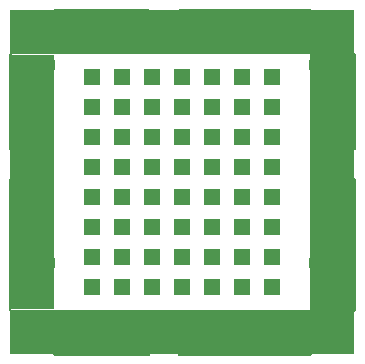
<source format=gbs>
%FSLAX25Y25*%
%MOIN*%
G70*
G01*
G75*
G04 Layer_Color=16711935*
%ADD10C,0.01500*%
%ADD11C,0.00500*%
%ADD12R,0.15000X0.02500*%
%ADD13R,0.12500X0.02500*%
%ADD14R,0.05000X0.05000*%
%ADD15R,1.15000X0.15000*%
%ADD16R,1.00000X0.15000*%
%ADD17R,0.15000X1.00000*%
%ADD18R,0.15800X0.03300*%
%ADD19R,0.13300X0.03300*%
%ADD20R,0.05800X0.05800*%
%ADD21R,0.15000X0.85000*%
%ADD22R,1.00000X0.15000*%
%ADD23R,0.15000X1.00000*%
%ADD24R,1.15000X0.15000*%
D11*
X100000Y151300D02*
G03*
X100000Y160700I0J4700D01*
G01*
X200000D02*
G03*
X200000Y151300I0J-4700D01*
G01*
X203323Y103323D02*
G03*
X196677Y96676I-3323J-3323D01*
G01*
X148700Y100000D02*
G03*
X139300Y100000I-4700J0D01*
G01*
X196677Y203323D02*
G03*
X203323Y196677I3323J-3323D01*
G01*
X96676D02*
G03*
X103323Y203323I3323J3323D01*
G01*
Y96676D02*
G03*
X96676Y103323I-3323J3323D01*
G01*
X139300Y200000D02*
G03*
X148700Y200000I4700J0D01*
G01*
X92500Y107500D02*
Y151000D01*
Y161000D02*
Y192500D01*
Y151000D02*
X100068Y151303D01*
X92500Y161000D02*
X100000Y160700D01*
X207500Y107500D02*
Y151000D01*
Y161000D02*
Y192500D01*
X199932Y151303D02*
X207500Y151000D01*
X200000Y160700D02*
X207500Y161000D01*
X192500Y92500D02*
X196677Y96676D01*
X149000Y92500D02*
X192500D01*
X107500D02*
X139000D01*
X148697Y100068D02*
X149000Y92500D01*
X139000D02*
X139300Y100000D01*
X203323Y103323D02*
X207500Y107500D01*
X192500Y207500D02*
X196677Y203323D01*
X203323Y196677D02*
X207500Y192500D01*
X103323Y203323D02*
X107500Y207500D01*
X92500Y192500D02*
X96676Y196677D01*
X103323Y96676D02*
X107500Y92500D01*
X92500Y107500D02*
X96676Y103323D01*
X139000Y207500D02*
X139300Y200000D01*
X148697Y199932D02*
X149000Y207500D01*
X107500D02*
X139000D01*
X149000D02*
X192500D01*
D18*
X200000Y189000D02*
D03*
Y123000D02*
D03*
X100000Y189000D02*
D03*
Y123000D02*
D03*
D19*
X200000Y141000D02*
D03*
Y111000D02*
D03*
Y117000D02*
D03*
Y129000D02*
D03*
Y135000D02*
D03*
Y165000D02*
D03*
Y171000D02*
D03*
Y177000D02*
D03*
Y183000D02*
D03*
Y147000D02*
D03*
X100000Y141000D02*
D03*
Y111000D02*
D03*
Y117000D02*
D03*
Y129000D02*
D03*
Y135000D02*
D03*
Y165000D02*
D03*
Y171000D02*
D03*
Y177000D02*
D03*
Y183000D02*
D03*
Y147000D02*
D03*
D20*
X140000Y185000D02*
D03*
Y175000D02*
D03*
Y165000D02*
D03*
Y155000D02*
D03*
Y145000D02*
D03*
Y135000D02*
D03*
Y125000D02*
D03*
Y115000D02*
D03*
X130000Y185000D02*
D03*
Y175000D02*
D03*
Y165000D02*
D03*
Y155000D02*
D03*
Y145000D02*
D03*
Y135000D02*
D03*
Y125000D02*
D03*
Y115000D02*
D03*
X180000D02*
D03*
Y125000D02*
D03*
Y135000D02*
D03*
Y145000D02*
D03*
Y155000D02*
D03*
Y165000D02*
D03*
Y175000D02*
D03*
Y185000D02*
D03*
X120000Y115000D02*
D03*
Y125000D02*
D03*
Y135000D02*
D03*
Y145000D02*
D03*
Y155000D02*
D03*
Y165000D02*
D03*
Y175000D02*
D03*
Y185000D02*
D03*
X170000D02*
D03*
Y175000D02*
D03*
Y165000D02*
D03*
Y155000D02*
D03*
Y145000D02*
D03*
Y135000D02*
D03*
Y125000D02*
D03*
Y115000D02*
D03*
X160000Y185000D02*
D03*
Y175000D02*
D03*
Y165000D02*
D03*
Y155000D02*
D03*
Y145000D02*
D03*
Y135000D02*
D03*
Y125000D02*
D03*
Y115000D02*
D03*
X150000D02*
D03*
Y125000D02*
D03*
Y135000D02*
D03*
Y145000D02*
D03*
Y155000D02*
D03*
Y165000D02*
D03*
Y175000D02*
D03*
Y185000D02*
D03*
D21*
X100000Y150000D02*
D03*
D22*
X142500Y200000D02*
D03*
D23*
X200000Y157500D02*
D03*
D24*
X150000Y100000D02*
D03*
M02*

</source>
